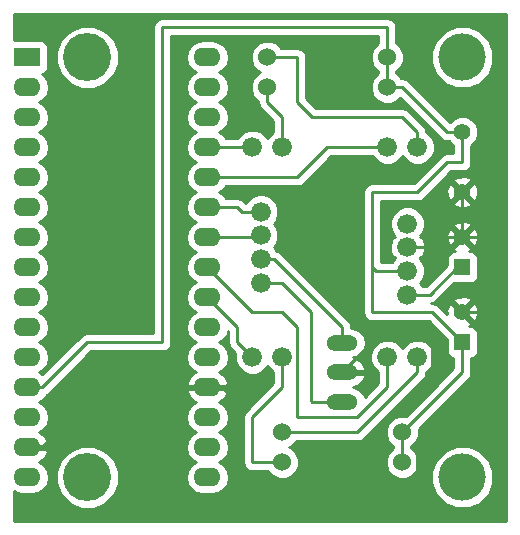
<source format=gbl>
G04 (created by PCBNEW (2013-jul-07)-stable) date Sun 31 May 2015 11:01:27 BST*
%MOIN*%
G04 Gerber Fmt 3.4, Leading zero omitted, Abs format*
%FSLAX34Y34*%
G01*
G70*
G90*
G04 APERTURE LIST*
%ADD10C,0.00590551*%
%ADD11O,0.104X0.052*%
%ADD12C,0.06*%
%ADD13C,0.066*%
%ADD14C,0.055*%
%ADD15R,0.055X0.055*%
%ADD16R,0.09X0.062*%
%ADD17O,0.09X0.062*%
%ADD18C,0.15748*%
%ADD19C,0.16*%
%ADD20C,0.01*%
G04 APERTURE END LIST*
G54D10*
G54D11*
X73500Y-68516D03*
X73500Y-69500D03*
X73500Y-70484D03*
G54D12*
X75000Y-60000D03*
X71000Y-60000D03*
X75000Y-59000D03*
X71000Y-59000D03*
X75500Y-71500D03*
X71500Y-71500D03*
X75500Y-72500D03*
X71500Y-72500D03*
G54D13*
X71500Y-62000D03*
X70500Y-62000D03*
X76000Y-62000D03*
X75000Y-62000D03*
X76000Y-69000D03*
X75000Y-69000D03*
X71500Y-69000D03*
X70500Y-69000D03*
G54D14*
X77500Y-61500D03*
X77500Y-63500D03*
G54D15*
X77500Y-68500D03*
G54D14*
X77500Y-67500D03*
G54D15*
X77500Y-66000D03*
G54D14*
X77500Y-65000D03*
G54D16*
X63000Y-59000D03*
G54D17*
X63000Y-60000D03*
X63000Y-61000D03*
X63000Y-62000D03*
X63000Y-63000D03*
X63000Y-64000D03*
X63000Y-65000D03*
X63000Y-66000D03*
X63000Y-67000D03*
X63000Y-68000D03*
X63000Y-69000D03*
X63000Y-70000D03*
X63000Y-71000D03*
X63000Y-72000D03*
X63000Y-73000D03*
X69000Y-73000D03*
X69000Y-72000D03*
X69000Y-71000D03*
X69000Y-70000D03*
X69000Y-69000D03*
X69000Y-68000D03*
X69000Y-67000D03*
X69000Y-66000D03*
X69000Y-65000D03*
X69000Y-64000D03*
X69000Y-63000D03*
X69000Y-62000D03*
X69000Y-61000D03*
X69000Y-60000D03*
X69000Y-59000D03*
G54D13*
X70788Y-66516D03*
X70788Y-65729D03*
X70788Y-64941D03*
X70788Y-64154D03*
X75669Y-64548D03*
X75669Y-65335D03*
X75669Y-66123D03*
X75669Y-66910D03*
G54D18*
X77500Y-73000D03*
X77500Y-59000D03*
G54D19*
X65000Y-59000D03*
X65000Y-73000D03*
G54D20*
X63000Y-70000D02*
X63500Y-70000D01*
X75000Y-58000D02*
X75000Y-59000D01*
X67500Y-58000D02*
X75000Y-58000D01*
X67500Y-68500D02*
X67500Y-58000D01*
X65000Y-68500D02*
X67500Y-68500D01*
X63500Y-70000D02*
X65000Y-68500D01*
X75500Y-72500D02*
X75500Y-71500D01*
X75500Y-71500D02*
X77500Y-69500D01*
X77500Y-69500D02*
X77500Y-68500D01*
X75000Y-60000D02*
X75500Y-60000D01*
X77000Y-61500D02*
X77500Y-61500D01*
X75500Y-60000D02*
X77000Y-61500D01*
X75000Y-59000D02*
X75000Y-60000D01*
X74500Y-66000D02*
X74500Y-67500D01*
X74500Y-67500D02*
X76500Y-67500D01*
X76500Y-67500D02*
X77000Y-68000D01*
X77000Y-68000D02*
X77500Y-68500D01*
X77500Y-61500D02*
X77500Y-62500D01*
X77500Y-62500D02*
X77000Y-62500D01*
X77000Y-62500D02*
X76000Y-63500D01*
X76000Y-63500D02*
X74500Y-63500D01*
X74500Y-63500D02*
X74500Y-66000D01*
X74623Y-66123D02*
X75669Y-66123D01*
X74500Y-66000D02*
X74623Y-66123D01*
X73500Y-69500D02*
X74500Y-68500D01*
X74500Y-71500D02*
X74500Y-73500D01*
X76500Y-69500D02*
X74500Y-71500D01*
X76500Y-68500D02*
X76500Y-69500D01*
X76000Y-68000D02*
X76500Y-68500D01*
X75000Y-68000D02*
X76000Y-68000D01*
X74500Y-68500D02*
X75000Y-68000D01*
X63000Y-72000D02*
X63500Y-72000D01*
X65500Y-70000D02*
X69000Y-70000D01*
X63500Y-72000D02*
X65500Y-70000D01*
X74500Y-73500D02*
X76000Y-73500D01*
X78500Y-69500D02*
X78500Y-67500D01*
X76000Y-72000D02*
X78500Y-69500D01*
X76000Y-73500D02*
X76000Y-72000D01*
X74500Y-73500D02*
X74000Y-73500D01*
X74000Y-73500D02*
X70000Y-73500D01*
X69500Y-70000D02*
X69000Y-70000D01*
X70000Y-70500D02*
X69500Y-70000D01*
X70000Y-73500D02*
X70000Y-70500D01*
X77500Y-65000D02*
X78500Y-65000D01*
X78500Y-65000D02*
X78500Y-66500D01*
X78500Y-66500D02*
X78500Y-67500D01*
X78500Y-67500D02*
X77500Y-67500D01*
X77500Y-63500D02*
X77500Y-65000D01*
X75669Y-65335D02*
X76335Y-65335D01*
X76670Y-65000D02*
X77500Y-65000D01*
X76335Y-65335D02*
X76670Y-65000D01*
X71000Y-59000D02*
X72000Y-59000D01*
X76000Y-61500D02*
X76000Y-62000D01*
X75500Y-61000D02*
X76000Y-61500D01*
X72500Y-61000D02*
X75500Y-61000D01*
X72000Y-60500D02*
X72500Y-61000D01*
X72000Y-59000D02*
X72000Y-60500D01*
X71500Y-71500D02*
X74000Y-71500D01*
X76000Y-69500D02*
X76000Y-69000D01*
X74000Y-71500D02*
X76000Y-69500D01*
X71500Y-69000D02*
X71500Y-70000D01*
X70500Y-72500D02*
X71500Y-72500D01*
X70500Y-71000D02*
X70500Y-72500D01*
X71500Y-70000D02*
X70500Y-71000D01*
X69000Y-63000D02*
X72000Y-63000D01*
X73000Y-62000D02*
X75000Y-62000D01*
X72000Y-63000D02*
X73000Y-62000D01*
X69000Y-67000D02*
X69500Y-67500D01*
X70000Y-68500D02*
X70500Y-69000D01*
X70000Y-68000D02*
X70000Y-68500D01*
X69500Y-67500D02*
X70000Y-68000D01*
X72000Y-71000D02*
X74000Y-71000D01*
X70500Y-67500D02*
X71500Y-67500D01*
X71500Y-67500D02*
X72000Y-68000D01*
X72000Y-68000D02*
X72000Y-71000D01*
X69000Y-66000D02*
X70500Y-67500D01*
X75000Y-70000D02*
X75000Y-69000D01*
X74000Y-71000D02*
X75000Y-70000D01*
X69000Y-65000D02*
X70729Y-65000D01*
X70729Y-65000D02*
X70788Y-64941D01*
X69000Y-64000D02*
X70000Y-64000D01*
X70154Y-64154D02*
X70788Y-64154D01*
X70000Y-64000D02*
X70154Y-64154D01*
X70788Y-66516D02*
X71484Y-66516D01*
X72484Y-70484D02*
X73500Y-70484D01*
X72468Y-70468D02*
X72484Y-70484D01*
X72468Y-67500D02*
X72468Y-70468D01*
X71484Y-66516D02*
X72468Y-67500D01*
X70788Y-65729D02*
X71229Y-65729D01*
X73500Y-68000D02*
X73500Y-68516D01*
X71229Y-65729D02*
X73500Y-68000D01*
X75669Y-66910D02*
X76410Y-66910D01*
X77320Y-66000D02*
X77500Y-66000D01*
X76410Y-66910D02*
X77320Y-66000D01*
X69000Y-62000D02*
X70500Y-62000D01*
X71000Y-60000D02*
X71000Y-60500D01*
X71500Y-61000D02*
X71500Y-62000D01*
X71000Y-60500D02*
X71500Y-61000D01*
G54D10*
G36*
X75745Y-65340D02*
X75674Y-65411D01*
X75669Y-65405D01*
X75663Y-65411D01*
X75598Y-65346D01*
X75592Y-65340D01*
X75598Y-65335D01*
X75592Y-65329D01*
X75663Y-65258D01*
X75669Y-65264D01*
X75674Y-65258D01*
X75745Y-65329D01*
X75739Y-65335D01*
X75745Y-65340D01*
X75745Y-65340D01*
G37*
G54D20*
X75745Y-65340D02*
X75674Y-65411D01*
X75669Y-65405D01*
X75663Y-65411D01*
X75598Y-65346D01*
X75592Y-65340D01*
X75598Y-65335D01*
X75592Y-65329D01*
X75663Y-65258D01*
X75669Y-65264D01*
X75674Y-65258D01*
X75745Y-65329D01*
X75739Y-65335D01*
X75745Y-65340D01*
G54D10*
G36*
X78950Y-74450D02*
X78537Y-74450D01*
X78537Y-72794D01*
X78537Y-58794D01*
X78379Y-58413D01*
X78088Y-58121D01*
X77707Y-57962D01*
X77294Y-57962D01*
X76913Y-58120D01*
X76621Y-58411D01*
X76462Y-58792D01*
X76462Y-59205D01*
X76620Y-59586D01*
X76911Y-59878D01*
X77292Y-60037D01*
X77705Y-60037D01*
X78086Y-59879D01*
X78378Y-59588D01*
X78537Y-59207D01*
X78537Y-58794D01*
X78537Y-72794D01*
X78379Y-72413D01*
X78088Y-72121D01*
X78029Y-72096D01*
X78029Y-67575D01*
X78029Y-65075D01*
X78029Y-63575D01*
X78018Y-63367D01*
X77960Y-63227D01*
X77867Y-63202D01*
X77797Y-63273D01*
X77797Y-63132D01*
X77772Y-63039D01*
X77575Y-62970D01*
X77367Y-62981D01*
X77227Y-63039D01*
X77202Y-63132D01*
X77500Y-63429D01*
X77797Y-63132D01*
X77797Y-63273D01*
X77570Y-63500D01*
X77867Y-63797D01*
X77960Y-63772D01*
X78029Y-63575D01*
X78029Y-65075D01*
X78018Y-64867D01*
X77960Y-64727D01*
X77867Y-64702D01*
X77797Y-64773D01*
X77797Y-64632D01*
X77797Y-63867D01*
X77500Y-63570D01*
X77429Y-63641D01*
X77429Y-63500D01*
X77132Y-63202D01*
X77039Y-63227D01*
X76970Y-63424D01*
X76981Y-63632D01*
X77039Y-63772D01*
X77132Y-63797D01*
X77429Y-63500D01*
X77429Y-63641D01*
X77202Y-63867D01*
X77227Y-63960D01*
X77424Y-64029D01*
X77632Y-64018D01*
X77772Y-63960D01*
X77797Y-63867D01*
X77797Y-64632D01*
X77772Y-64539D01*
X77575Y-64470D01*
X77367Y-64481D01*
X77227Y-64539D01*
X77202Y-64632D01*
X77500Y-64929D01*
X77797Y-64632D01*
X77797Y-64773D01*
X77570Y-65000D01*
X77867Y-65297D01*
X77960Y-65272D01*
X78029Y-65075D01*
X78029Y-67575D01*
X78018Y-67367D01*
X77960Y-67227D01*
X77867Y-67202D01*
X77797Y-67273D01*
X77797Y-67132D01*
X77772Y-67039D01*
X77575Y-66970D01*
X77367Y-66981D01*
X77227Y-67039D01*
X77202Y-67132D01*
X77500Y-67429D01*
X77797Y-67132D01*
X77797Y-67273D01*
X77570Y-67500D01*
X77867Y-67797D01*
X77960Y-67772D01*
X78029Y-67575D01*
X78029Y-72096D01*
X77707Y-71962D01*
X77294Y-71962D01*
X76913Y-72120D01*
X76621Y-72411D01*
X76462Y-72792D01*
X76462Y-73205D01*
X76620Y-73586D01*
X76911Y-73878D01*
X77292Y-74037D01*
X77705Y-74037D01*
X78086Y-73879D01*
X78378Y-73588D01*
X78537Y-73207D01*
X78537Y-72794D01*
X78537Y-74450D01*
X69713Y-74450D01*
X69713Y-73000D01*
X69671Y-72785D01*
X69549Y-72604D01*
X69394Y-72500D01*
X69549Y-72395D01*
X69671Y-72214D01*
X69713Y-72000D01*
X69671Y-71785D01*
X69549Y-71604D01*
X69394Y-71500D01*
X69549Y-71395D01*
X69671Y-71214D01*
X69713Y-71000D01*
X69671Y-70785D01*
X69549Y-70604D01*
X69394Y-70500D01*
X69400Y-70498D01*
X69571Y-70360D01*
X69676Y-70168D01*
X69683Y-70136D01*
X69634Y-70050D01*
X69050Y-70050D01*
X69050Y-70057D01*
X68950Y-70057D01*
X68950Y-70050D01*
X68365Y-70050D01*
X68316Y-70136D01*
X68323Y-70168D01*
X68428Y-70360D01*
X68599Y-70498D01*
X68605Y-70500D01*
X68450Y-70604D01*
X68328Y-70785D01*
X68286Y-71000D01*
X68328Y-71214D01*
X68450Y-71395D01*
X68605Y-71500D01*
X68450Y-71604D01*
X68328Y-71785D01*
X68286Y-72000D01*
X68328Y-72214D01*
X68450Y-72395D01*
X68605Y-72500D01*
X68450Y-72604D01*
X68328Y-72785D01*
X68286Y-73000D01*
X68328Y-73214D01*
X68450Y-73395D01*
X68631Y-73517D01*
X68846Y-73560D01*
X69153Y-73560D01*
X69368Y-73517D01*
X69549Y-73395D01*
X69671Y-73214D01*
X69713Y-73000D01*
X69713Y-74450D01*
X66050Y-74450D01*
X66050Y-72792D01*
X65890Y-72406D01*
X65595Y-72110D01*
X65209Y-71950D01*
X64792Y-71949D01*
X64406Y-72109D01*
X64110Y-72404D01*
X63950Y-72790D01*
X63949Y-73207D01*
X64109Y-73594D01*
X64404Y-73889D01*
X64790Y-74049D01*
X65207Y-74050D01*
X65594Y-73890D01*
X65889Y-73595D01*
X66049Y-73209D01*
X66050Y-72792D01*
X66050Y-74450D01*
X62550Y-74450D01*
X62550Y-73462D01*
X62631Y-73517D01*
X62846Y-73560D01*
X63153Y-73560D01*
X63368Y-73517D01*
X63549Y-73395D01*
X63671Y-73214D01*
X63713Y-73000D01*
X63671Y-72785D01*
X63549Y-72604D01*
X63394Y-72500D01*
X63400Y-72498D01*
X63571Y-72360D01*
X63676Y-72168D01*
X63683Y-72136D01*
X63634Y-72050D01*
X63050Y-72050D01*
X63050Y-72057D01*
X62950Y-72057D01*
X62950Y-72050D01*
X62942Y-72050D01*
X62942Y-71950D01*
X62950Y-71950D01*
X62950Y-71942D01*
X63050Y-71942D01*
X63050Y-71950D01*
X63634Y-71950D01*
X63683Y-71863D01*
X63676Y-71831D01*
X63571Y-71639D01*
X63400Y-71501D01*
X63394Y-71499D01*
X63549Y-71395D01*
X63671Y-71214D01*
X63713Y-71000D01*
X63671Y-70785D01*
X63549Y-70604D01*
X63394Y-70500D01*
X63549Y-70395D01*
X63640Y-70259D01*
X63640Y-70259D01*
X63712Y-70212D01*
X65124Y-68800D01*
X67500Y-68800D01*
X67614Y-68777D01*
X67712Y-68712D01*
X67777Y-68614D01*
X67800Y-68500D01*
X67800Y-58300D01*
X74700Y-58300D01*
X74700Y-58528D01*
X74688Y-58533D01*
X74534Y-58688D01*
X74450Y-58890D01*
X74449Y-59108D01*
X74533Y-59311D01*
X74688Y-59465D01*
X74700Y-59470D01*
X74700Y-59528D01*
X74688Y-59533D01*
X74534Y-59688D01*
X74450Y-59890D01*
X74449Y-60108D01*
X74533Y-60311D01*
X74688Y-60465D01*
X74890Y-60549D01*
X75108Y-60550D01*
X75311Y-60466D01*
X75426Y-60351D01*
X76787Y-61712D01*
X76787Y-61712D01*
X76885Y-61777D01*
X77000Y-61800D01*
X77057Y-61800D01*
X77200Y-61942D01*
X77200Y-62200D01*
X77000Y-62200D01*
X76885Y-62222D01*
X76787Y-62287D01*
X75875Y-63200D01*
X74500Y-63200D01*
X74385Y-63222D01*
X74287Y-63287D01*
X74222Y-63385D01*
X74200Y-63500D01*
X74200Y-66000D01*
X74200Y-67500D01*
X74222Y-67614D01*
X74287Y-67712D01*
X74385Y-67777D01*
X74500Y-67800D01*
X76375Y-67800D01*
X76787Y-68212D01*
X76787Y-68212D01*
X76787Y-68212D01*
X76974Y-68399D01*
X76974Y-68824D01*
X77012Y-68916D01*
X77083Y-68986D01*
X77175Y-69024D01*
X77200Y-69024D01*
X77200Y-69375D01*
X76580Y-69995D01*
X76580Y-68885D01*
X76491Y-68671D01*
X76328Y-68508D01*
X76115Y-68420D01*
X75885Y-68419D01*
X75671Y-68508D01*
X75508Y-68671D01*
X75500Y-68691D01*
X75491Y-68671D01*
X75328Y-68508D01*
X75115Y-68420D01*
X74885Y-68419D01*
X74671Y-68508D01*
X74508Y-68671D01*
X74420Y-68884D01*
X74419Y-69114D01*
X74508Y-69328D01*
X74671Y-69491D01*
X74700Y-69503D01*
X74700Y-69875D01*
X74253Y-70322D01*
X74246Y-70288D01*
X74135Y-70123D01*
X73970Y-70012D01*
X73867Y-69992D01*
X74001Y-69952D01*
X74155Y-69825D01*
X74250Y-69648D01*
X74253Y-69628D01*
X74204Y-69550D01*
X73550Y-69550D01*
X73550Y-69557D01*
X73450Y-69557D01*
X73450Y-69550D01*
X73442Y-69550D01*
X73442Y-69450D01*
X73450Y-69450D01*
X73450Y-69442D01*
X73550Y-69442D01*
X73550Y-69450D01*
X74204Y-69450D01*
X74253Y-69371D01*
X74250Y-69351D01*
X74155Y-69174D01*
X74001Y-69047D01*
X73867Y-69007D01*
X73970Y-68987D01*
X74135Y-68876D01*
X74246Y-68711D01*
X74285Y-68516D01*
X74246Y-68320D01*
X74135Y-68155D01*
X73970Y-68044D01*
X73800Y-68010D01*
X73800Y-68000D01*
X73777Y-67885D01*
X73712Y-67787D01*
X73712Y-67787D01*
X71441Y-65516D01*
X71343Y-65451D01*
X71297Y-65442D01*
X71297Y-65442D01*
X71279Y-65400D01*
X71214Y-65335D01*
X71279Y-65269D01*
X71367Y-65056D01*
X71368Y-64826D01*
X71279Y-64612D01*
X71214Y-64547D01*
X71279Y-64482D01*
X71367Y-64269D01*
X71368Y-64039D01*
X71279Y-63825D01*
X71116Y-63662D01*
X70903Y-63574D01*
X70673Y-63573D01*
X70459Y-63662D01*
X70296Y-63825D01*
X70284Y-63854D01*
X70278Y-63854D01*
X70212Y-63787D01*
X70114Y-63722D01*
X70000Y-63700D01*
X69613Y-63700D01*
X69549Y-63604D01*
X69394Y-63500D01*
X69549Y-63395D01*
X69613Y-63300D01*
X72000Y-63300D01*
X72000Y-63299D01*
X72114Y-63277D01*
X72114Y-63277D01*
X72212Y-63212D01*
X73124Y-62300D01*
X74496Y-62300D01*
X74508Y-62328D01*
X74671Y-62491D01*
X74884Y-62579D01*
X75114Y-62580D01*
X75328Y-62491D01*
X75491Y-62328D01*
X75499Y-62308D01*
X75508Y-62328D01*
X75671Y-62491D01*
X75884Y-62579D01*
X76114Y-62580D01*
X76328Y-62491D01*
X76491Y-62328D01*
X76579Y-62115D01*
X76580Y-61885D01*
X76491Y-61671D01*
X76328Y-61508D01*
X76299Y-61496D01*
X76277Y-61385D01*
X76212Y-61287D01*
X76212Y-61287D01*
X75712Y-60787D01*
X75614Y-60722D01*
X75500Y-60700D01*
X72624Y-60700D01*
X72300Y-60375D01*
X72300Y-59000D01*
X72277Y-58885D01*
X72212Y-58787D01*
X72114Y-58722D01*
X72000Y-58700D01*
X71471Y-58700D01*
X71466Y-58688D01*
X71311Y-58534D01*
X71109Y-58450D01*
X70891Y-58449D01*
X70688Y-58533D01*
X70534Y-58688D01*
X70450Y-58890D01*
X70449Y-59108D01*
X70533Y-59311D01*
X70688Y-59465D01*
X70769Y-59499D01*
X70688Y-59533D01*
X70534Y-59688D01*
X70450Y-59890D01*
X70449Y-60108D01*
X70533Y-60311D01*
X70688Y-60465D01*
X70700Y-60470D01*
X70700Y-60500D01*
X70722Y-60614D01*
X70787Y-60712D01*
X71200Y-61124D01*
X71200Y-61496D01*
X71171Y-61508D01*
X71008Y-61671D01*
X71000Y-61691D01*
X70991Y-61671D01*
X70828Y-61508D01*
X70615Y-61420D01*
X70385Y-61419D01*
X70171Y-61508D01*
X70008Y-61671D01*
X69996Y-61700D01*
X69613Y-61700D01*
X69549Y-61604D01*
X69394Y-61500D01*
X69549Y-61395D01*
X69671Y-61214D01*
X69713Y-61000D01*
X69671Y-60785D01*
X69549Y-60604D01*
X69394Y-60500D01*
X69549Y-60395D01*
X69671Y-60214D01*
X69713Y-60000D01*
X69671Y-59785D01*
X69549Y-59604D01*
X69394Y-59500D01*
X69549Y-59395D01*
X69671Y-59214D01*
X69713Y-59000D01*
X69671Y-58785D01*
X69549Y-58604D01*
X69368Y-58482D01*
X69153Y-58440D01*
X68846Y-58440D01*
X68631Y-58482D01*
X68450Y-58604D01*
X68328Y-58785D01*
X68286Y-59000D01*
X68328Y-59214D01*
X68450Y-59395D01*
X68605Y-59500D01*
X68450Y-59604D01*
X68328Y-59785D01*
X68286Y-60000D01*
X68328Y-60214D01*
X68450Y-60395D01*
X68605Y-60500D01*
X68450Y-60604D01*
X68328Y-60785D01*
X68286Y-61000D01*
X68328Y-61214D01*
X68450Y-61395D01*
X68605Y-61500D01*
X68450Y-61604D01*
X68328Y-61785D01*
X68286Y-62000D01*
X68328Y-62214D01*
X68450Y-62395D01*
X68605Y-62500D01*
X68450Y-62604D01*
X68328Y-62785D01*
X68286Y-63000D01*
X68328Y-63214D01*
X68450Y-63395D01*
X68605Y-63500D01*
X68450Y-63604D01*
X68328Y-63785D01*
X68286Y-64000D01*
X68328Y-64214D01*
X68450Y-64395D01*
X68605Y-64500D01*
X68450Y-64604D01*
X68328Y-64785D01*
X68286Y-65000D01*
X68328Y-65214D01*
X68450Y-65395D01*
X68605Y-65500D01*
X68450Y-65604D01*
X68328Y-65785D01*
X68286Y-66000D01*
X68328Y-66214D01*
X68450Y-66395D01*
X68605Y-66500D01*
X68450Y-66604D01*
X68328Y-66785D01*
X68286Y-67000D01*
X68328Y-67214D01*
X68450Y-67395D01*
X68605Y-67500D01*
X68450Y-67604D01*
X68328Y-67785D01*
X68286Y-68000D01*
X68328Y-68214D01*
X68450Y-68395D01*
X68605Y-68500D01*
X68450Y-68604D01*
X68328Y-68785D01*
X68286Y-69000D01*
X68328Y-69214D01*
X68450Y-69395D01*
X68605Y-69499D01*
X68599Y-69501D01*
X68428Y-69639D01*
X68323Y-69831D01*
X68316Y-69863D01*
X68365Y-69950D01*
X68950Y-69950D01*
X68950Y-69942D01*
X69050Y-69942D01*
X69050Y-69950D01*
X69634Y-69950D01*
X69683Y-69863D01*
X69676Y-69831D01*
X69571Y-69639D01*
X69400Y-69501D01*
X69394Y-69499D01*
X69549Y-69395D01*
X69671Y-69214D01*
X69713Y-69000D01*
X69671Y-68785D01*
X69549Y-68604D01*
X69394Y-68500D01*
X69549Y-68395D01*
X69671Y-68214D01*
X69690Y-68115D01*
X69700Y-68124D01*
X69700Y-68500D01*
X69722Y-68614D01*
X69787Y-68712D01*
X69931Y-68856D01*
X69920Y-68884D01*
X69919Y-69114D01*
X70008Y-69328D01*
X70171Y-69491D01*
X70384Y-69579D01*
X70614Y-69580D01*
X70828Y-69491D01*
X70991Y-69328D01*
X70999Y-69308D01*
X71008Y-69328D01*
X71171Y-69491D01*
X71200Y-69503D01*
X71200Y-69875D01*
X70287Y-70787D01*
X70222Y-70885D01*
X70200Y-71000D01*
X70200Y-72500D01*
X70222Y-72614D01*
X70287Y-72712D01*
X70385Y-72777D01*
X70500Y-72800D01*
X71028Y-72800D01*
X71033Y-72811D01*
X71188Y-72965D01*
X71390Y-73049D01*
X71608Y-73050D01*
X71811Y-72966D01*
X71965Y-72811D01*
X72049Y-72609D01*
X72050Y-72391D01*
X71966Y-72188D01*
X71811Y-72034D01*
X71730Y-72000D01*
X71811Y-71966D01*
X71965Y-71811D01*
X71970Y-71800D01*
X74000Y-71800D01*
X74000Y-71799D01*
X74114Y-71777D01*
X74114Y-71777D01*
X74212Y-71712D01*
X76212Y-69712D01*
X76212Y-69712D01*
X76277Y-69614D01*
X76299Y-69503D01*
X76328Y-69491D01*
X76491Y-69328D01*
X76579Y-69115D01*
X76580Y-68885D01*
X76580Y-69995D01*
X75621Y-70954D01*
X75609Y-70950D01*
X75391Y-70949D01*
X75188Y-71033D01*
X75034Y-71188D01*
X74950Y-71390D01*
X74949Y-71608D01*
X75033Y-71811D01*
X75188Y-71965D01*
X75200Y-71970D01*
X75200Y-72028D01*
X75188Y-72033D01*
X75034Y-72188D01*
X74950Y-72390D01*
X74949Y-72608D01*
X75033Y-72811D01*
X75188Y-72965D01*
X75390Y-73049D01*
X75608Y-73050D01*
X75811Y-72966D01*
X75965Y-72811D01*
X76049Y-72609D01*
X76050Y-72391D01*
X75966Y-72188D01*
X75811Y-72034D01*
X75800Y-72029D01*
X75800Y-71971D01*
X75811Y-71966D01*
X75965Y-71811D01*
X76049Y-71609D01*
X76050Y-71391D01*
X76045Y-71379D01*
X77712Y-69712D01*
X77712Y-69712D01*
X77777Y-69614D01*
X77799Y-69500D01*
X77800Y-69500D01*
X77800Y-69025D01*
X77824Y-69025D01*
X77916Y-68987D01*
X77986Y-68916D01*
X78024Y-68824D01*
X78025Y-68725D01*
X78025Y-68175D01*
X77987Y-68083D01*
X77916Y-68013D01*
X77824Y-67975D01*
X77737Y-67974D01*
X77772Y-67960D01*
X77797Y-67867D01*
X77500Y-67570D01*
X77494Y-67576D01*
X77423Y-67505D01*
X77429Y-67500D01*
X77132Y-67202D01*
X77039Y-67227D01*
X76970Y-67424D01*
X76977Y-67552D01*
X76712Y-67287D01*
X76614Y-67222D01*
X76500Y-67200D01*
X76460Y-67200D01*
X76524Y-67187D01*
X76524Y-67187D01*
X76622Y-67122D01*
X77219Y-66524D01*
X77274Y-66525D01*
X77824Y-66525D01*
X77916Y-66487D01*
X77986Y-66416D01*
X78024Y-66324D01*
X78025Y-66225D01*
X78025Y-65675D01*
X77987Y-65583D01*
X77916Y-65513D01*
X77824Y-65475D01*
X77737Y-65474D01*
X77772Y-65460D01*
X77797Y-65367D01*
X77500Y-65070D01*
X77429Y-65141D01*
X77429Y-65000D01*
X77132Y-64702D01*
X77039Y-64727D01*
X76970Y-64924D01*
X76981Y-65132D01*
X77039Y-65272D01*
X77132Y-65297D01*
X77429Y-65000D01*
X77429Y-65141D01*
X77202Y-65367D01*
X77227Y-65460D01*
X77268Y-65474D01*
X77175Y-65474D01*
X77083Y-65512D01*
X77013Y-65583D01*
X76975Y-65675D01*
X76974Y-65774D01*
X76974Y-65920D01*
X76285Y-66610D01*
X76253Y-66610D01*
X76172Y-66610D01*
X76160Y-66581D01*
X76095Y-66516D01*
X76160Y-66451D01*
X76248Y-66238D01*
X76249Y-66008D01*
X76160Y-65794D01*
X76102Y-65736D01*
X76121Y-65717D01*
X76076Y-65671D01*
X76175Y-65640D01*
X76253Y-65423D01*
X76249Y-65324D01*
X76243Y-65193D01*
X76175Y-65029D01*
X76076Y-64998D01*
X76121Y-64952D01*
X76103Y-64934D01*
X76160Y-64876D01*
X76248Y-64663D01*
X76249Y-64433D01*
X76160Y-64219D01*
X75997Y-64056D01*
X75784Y-63968D01*
X75554Y-63967D01*
X75340Y-64056D01*
X75177Y-64219D01*
X75089Y-64432D01*
X75088Y-64662D01*
X75177Y-64876D01*
X75234Y-64934D01*
X75216Y-64952D01*
X75261Y-64998D01*
X75162Y-65029D01*
X75084Y-65246D01*
X75094Y-65476D01*
X75162Y-65640D01*
X75261Y-65671D01*
X75216Y-65717D01*
X75235Y-65736D01*
X75177Y-65794D01*
X75165Y-65823D01*
X74800Y-65823D01*
X74800Y-63800D01*
X76000Y-63800D01*
X76000Y-63799D01*
X76114Y-63777D01*
X76114Y-63777D01*
X76212Y-63712D01*
X77124Y-62800D01*
X77500Y-62800D01*
X77614Y-62777D01*
X77712Y-62712D01*
X77777Y-62614D01*
X77800Y-62500D01*
X77800Y-61942D01*
X77944Y-61797D01*
X78024Y-61604D01*
X78025Y-61396D01*
X77945Y-61203D01*
X77797Y-61055D01*
X77604Y-60975D01*
X77396Y-60974D01*
X77203Y-61054D01*
X77090Y-61166D01*
X75712Y-59787D01*
X75614Y-59722D01*
X75500Y-59700D01*
X75471Y-59700D01*
X75466Y-59688D01*
X75311Y-59534D01*
X75300Y-59529D01*
X75300Y-59471D01*
X75311Y-59466D01*
X75465Y-59311D01*
X75549Y-59109D01*
X75550Y-58891D01*
X75466Y-58688D01*
X75311Y-58534D01*
X75300Y-58529D01*
X75300Y-58000D01*
X75277Y-57885D01*
X75212Y-57787D01*
X75114Y-57722D01*
X75000Y-57700D01*
X67500Y-57700D01*
X67385Y-57722D01*
X67287Y-57787D01*
X67222Y-57885D01*
X67200Y-58000D01*
X67200Y-68200D01*
X66050Y-68200D01*
X66050Y-58792D01*
X65890Y-58406D01*
X65595Y-58110D01*
X65209Y-57950D01*
X64792Y-57949D01*
X64406Y-58109D01*
X64110Y-58404D01*
X63950Y-58790D01*
X63949Y-59207D01*
X64109Y-59594D01*
X64404Y-59889D01*
X64790Y-60049D01*
X65207Y-60050D01*
X65594Y-59890D01*
X65889Y-59595D01*
X66049Y-59209D01*
X66050Y-58792D01*
X66050Y-68200D01*
X65000Y-68200D01*
X64885Y-68222D01*
X64787Y-68287D01*
X63502Y-69572D01*
X63394Y-69500D01*
X63549Y-69395D01*
X63671Y-69214D01*
X63713Y-69000D01*
X63671Y-68785D01*
X63549Y-68604D01*
X63394Y-68500D01*
X63549Y-68395D01*
X63671Y-68214D01*
X63713Y-68000D01*
X63671Y-67785D01*
X63549Y-67604D01*
X63394Y-67500D01*
X63549Y-67395D01*
X63671Y-67214D01*
X63713Y-67000D01*
X63671Y-66785D01*
X63549Y-66604D01*
X63394Y-66500D01*
X63549Y-66395D01*
X63671Y-66214D01*
X63713Y-66000D01*
X63671Y-65785D01*
X63549Y-65604D01*
X63394Y-65500D01*
X63549Y-65395D01*
X63671Y-65214D01*
X63713Y-65000D01*
X63671Y-64785D01*
X63549Y-64604D01*
X63394Y-64500D01*
X63549Y-64395D01*
X63671Y-64214D01*
X63713Y-64000D01*
X63671Y-63785D01*
X63549Y-63604D01*
X63394Y-63500D01*
X63549Y-63395D01*
X63671Y-63214D01*
X63713Y-63000D01*
X63671Y-62785D01*
X63549Y-62604D01*
X63394Y-62500D01*
X63549Y-62395D01*
X63671Y-62214D01*
X63713Y-62000D01*
X63671Y-61785D01*
X63549Y-61604D01*
X63394Y-61500D01*
X63549Y-61395D01*
X63671Y-61214D01*
X63713Y-61000D01*
X63671Y-60785D01*
X63549Y-60604D01*
X63394Y-60500D01*
X63549Y-60395D01*
X63671Y-60214D01*
X63713Y-60000D01*
X63671Y-59785D01*
X63549Y-59604D01*
X63483Y-59560D01*
X63499Y-59560D01*
X63591Y-59522D01*
X63661Y-59451D01*
X63699Y-59359D01*
X63700Y-59260D01*
X63700Y-58640D01*
X63662Y-58548D01*
X63591Y-58478D01*
X63499Y-58440D01*
X63400Y-58439D01*
X62550Y-58439D01*
X62550Y-57550D01*
X78950Y-57550D01*
X78950Y-74450D01*
X78950Y-74450D01*
G37*
G54D20*
X78950Y-74450D02*
X78537Y-74450D01*
X78537Y-72794D01*
X78537Y-58794D01*
X78379Y-58413D01*
X78088Y-58121D01*
X77707Y-57962D01*
X77294Y-57962D01*
X76913Y-58120D01*
X76621Y-58411D01*
X76462Y-58792D01*
X76462Y-59205D01*
X76620Y-59586D01*
X76911Y-59878D01*
X77292Y-60037D01*
X77705Y-60037D01*
X78086Y-59879D01*
X78378Y-59588D01*
X78537Y-59207D01*
X78537Y-58794D01*
X78537Y-72794D01*
X78379Y-72413D01*
X78088Y-72121D01*
X78029Y-72096D01*
X78029Y-67575D01*
X78029Y-65075D01*
X78029Y-63575D01*
X78018Y-63367D01*
X77960Y-63227D01*
X77867Y-63202D01*
X77797Y-63273D01*
X77797Y-63132D01*
X77772Y-63039D01*
X77575Y-62970D01*
X77367Y-62981D01*
X77227Y-63039D01*
X77202Y-63132D01*
X77500Y-63429D01*
X77797Y-63132D01*
X77797Y-63273D01*
X77570Y-63500D01*
X77867Y-63797D01*
X77960Y-63772D01*
X78029Y-63575D01*
X78029Y-65075D01*
X78018Y-64867D01*
X77960Y-64727D01*
X77867Y-64702D01*
X77797Y-64773D01*
X77797Y-64632D01*
X77797Y-63867D01*
X77500Y-63570D01*
X77429Y-63641D01*
X77429Y-63500D01*
X77132Y-63202D01*
X77039Y-63227D01*
X76970Y-63424D01*
X76981Y-63632D01*
X77039Y-63772D01*
X77132Y-63797D01*
X77429Y-63500D01*
X77429Y-63641D01*
X77202Y-63867D01*
X77227Y-63960D01*
X77424Y-64029D01*
X77632Y-64018D01*
X77772Y-63960D01*
X77797Y-63867D01*
X77797Y-64632D01*
X77772Y-64539D01*
X77575Y-64470D01*
X77367Y-64481D01*
X77227Y-64539D01*
X77202Y-64632D01*
X77500Y-64929D01*
X77797Y-64632D01*
X77797Y-64773D01*
X77570Y-65000D01*
X77867Y-65297D01*
X77960Y-65272D01*
X78029Y-65075D01*
X78029Y-67575D01*
X78018Y-67367D01*
X77960Y-67227D01*
X77867Y-67202D01*
X77797Y-67273D01*
X77797Y-67132D01*
X77772Y-67039D01*
X77575Y-66970D01*
X77367Y-66981D01*
X77227Y-67039D01*
X77202Y-67132D01*
X77500Y-67429D01*
X77797Y-67132D01*
X77797Y-67273D01*
X77570Y-67500D01*
X77867Y-67797D01*
X77960Y-67772D01*
X78029Y-67575D01*
X78029Y-72096D01*
X77707Y-71962D01*
X77294Y-71962D01*
X76913Y-72120D01*
X76621Y-72411D01*
X76462Y-72792D01*
X76462Y-73205D01*
X76620Y-73586D01*
X76911Y-73878D01*
X77292Y-74037D01*
X77705Y-74037D01*
X78086Y-73879D01*
X78378Y-73588D01*
X78537Y-73207D01*
X78537Y-72794D01*
X78537Y-74450D01*
X69713Y-74450D01*
X69713Y-73000D01*
X69671Y-72785D01*
X69549Y-72604D01*
X69394Y-72500D01*
X69549Y-72395D01*
X69671Y-72214D01*
X69713Y-72000D01*
X69671Y-71785D01*
X69549Y-71604D01*
X69394Y-71500D01*
X69549Y-71395D01*
X69671Y-71214D01*
X69713Y-71000D01*
X69671Y-70785D01*
X69549Y-70604D01*
X69394Y-70500D01*
X69400Y-70498D01*
X69571Y-70360D01*
X69676Y-70168D01*
X69683Y-70136D01*
X69634Y-70050D01*
X69050Y-70050D01*
X69050Y-70057D01*
X68950Y-70057D01*
X68950Y-70050D01*
X68365Y-70050D01*
X68316Y-70136D01*
X68323Y-70168D01*
X68428Y-70360D01*
X68599Y-70498D01*
X68605Y-70500D01*
X68450Y-70604D01*
X68328Y-70785D01*
X68286Y-71000D01*
X68328Y-71214D01*
X68450Y-71395D01*
X68605Y-71500D01*
X68450Y-71604D01*
X68328Y-71785D01*
X68286Y-72000D01*
X68328Y-72214D01*
X68450Y-72395D01*
X68605Y-72500D01*
X68450Y-72604D01*
X68328Y-72785D01*
X68286Y-73000D01*
X68328Y-73214D01*
X68450Y-73395D01*
X68631Y-73517D01*
X68846Y-73560D01*
X69153Y-73560D01*
X69368Y-73517D01*
X69549Y-73395D01*
X69671Y-73214D01*
X69713Y-73000D01*
X69713Y-74450D01*
X66050Y-74450D01*
X66050Y-72792D01*
X65890Y-72406D01*
X65595Y-72110D01*
X65209Y-71950D01*
X64792Y-71949D01*
X64406Y-72109D01*
X64110Y-72404D01*
X63950Y-72790D01*
X63949Y-73207D01*
X64109Y-73594D01*
X64404Y-73889D01*
X64790Y-74049D01*
X65207Y-74050D01*
X65594Y-73890D01*
X65889Y-73595D01*
X66049Y-73209D01*
X66050Y-72792D01*
X66050Y-74450D01*
X62550Y-74450D01*
X62550Y-73462D01*
X62631Y-73517D01*
X62846Y-73560D01*
X63153Y-73560D01*
X63368Y-73517D01*
X63549Y-73395D01*
X63671Y-73214D01*
X63713Y-73000D01*
X63671Y-72785D01*
X63549Y-72604D01*
X63394Y-72500D01*
X63400Y-72498D01*
X63571Y-72360D01*
X63676Y-72168D01*
X63683Y-72136D01*
X63634Y-72050D01*
X63050Y-72050D01*
X63050Y-72057D01*
X62950Y-72057D01*
X62950Y-72050D01*
X62942Y-72050D01*
X62942Y-71950D01*
X62950Y-71950D01*
X62950Y-71942D01*
X63050Y-71942D01*
X63050Y-71950D01*
X63634Y-71950D01*
X63683Y-71863D01*
X63676Y-71831D01*
X63571Y-71639D01*
X63400Y-71501D01*
X63394Y-71499D01*
X63549Y-71395D01*
X63671Y-71214D01*
X63713Y-71000D01*
X63671Y-70785D01*
X63549Y-70604D01*
X63394Y-70500D01*
X63549Y-70395D01*
X63640Y-70259D01*
X63640Y-70259D01*
X63712Y-70212D01*
X65124Y-68800D01*
X67500Y-68800D01*
X67614Y-68777D01*
X67712Y-68712D01*
X67777Y-68614D01*
X67800Y-68500D01*
X67800Y-58300D01*
X74700Y-58300D01*
X74700Y-58528D01*
X74688Y-58533D01*
X74534Y-58688D01*
X74450Y-58890D01*
X74449Y-59108D01*
X74533Y-59311D01*
X74688Y-59465D01*
X74700Y-59470D01*
X74700Y-59528D01*
X74688Y-59533D01*
X74534Y-59688D01*
X74450Y-59890D01*
X74449Y-60108D01*
X74533Y-60311D01*
X74688Y-60465D01*
X74890Y-60549D01*
X75108Y-60550D01*
X75311Y-60466D01*
X75426Y-60351D01*
X76787Y-61712D01*
X76787Y-61712D01*
X76885Y-61777D01*
X77000Y-61800D01*
X77057Y-61800D01*
X77200Y-61942D01*
X77200Y-62200D01*
X77000Y-62200D01*
X76885Y-62222D01*
X76787Y-62287D01*
X75875Y-63200D01*
X74500Y-63200D01*
X74385Y-63222D01*
X74287Y-63287D01*
X74222Y-63385D01*
X74200Y-63500D01*
X74200Y-66000D01*
X74200Y-67500D01*
X74222Y-67614D01*
X74287Y-67712D01*
X74385Y-67777D01*
X74500Y-67800D01*
X76375Y-67800D01*
X76787Y-68212D01*
X76787Y-68212D01*
X76787Y-68212D01*
X76974Y-68399D01*
X76974Y-68824D01*
X77012Y-68916D01*
X77083Y-68986D01*
X77175Y-69024D01*
X77200Y-69024D01*
X77200Y-69375D01*
X76580Y-69995D01*
X76580Y-68885D01*
X76491Y-68671D01*
X76328Y-68508D01*
X76115Y-68420D01*
X75885Y-68419D01*
X75671Y-68508D01*
X75508Y-68671D01*
X75500Y-68691D01*
X75491Y-68671D01*
X75328Y-68508D01*
X75115Y-68420D01*
X74885Y-68419D01*
X74671Y-68508D01*
X74508Y-68671D01*
X74420Y-68884D01*
X74419Y-69114D01*
X74508Y-69328D01*
X74671Y-69491D01*
X74700Y-69503D01*
X74700Y-69875D01*
X74253Y-70322D01*
X74246Y-70288D01*
X74135Y-70123D01*
X73970Y-70012D01*
X73867Y-69992D01*
X74001Y-69952D01*
X74155Y-69825D01*
X74250Y-69648D01*
X74253Y-69628D01*
X74204Y-69550D01*
X73550Y-69550D01*
X73550Y-69557D01*
X73450Y-69557D01*
X73450Y-69550D01*
X73442Y-69550D01*
X73442Y-69450D01*
X73450Y-69450D01*
X73450Y-69442D01*
X73550Y-69442D01*
X73550Y-69450D01*
X74204Y-69450D01*
X74253Y-69371D01*
X74250Y-69351D01*
X74155Y-69174D01*
X74001Y-69047D01*
X73867Y-69007D01*
X73970Y-68987D01*
X74135Y-68876D01*
X74246Y-68711D01*
X74285Y-68516D01*
X74246Y-68320D01*
X74135Y-68155D01*
X73970Y-68044D01*
X73800Y-68010D01*
X73800Y-68000D01*
X73777Y-67885D01*
X73712Y-67787D01*
X73712Y-67787D01*
X71441Y-65516D01*
X71343Y-65451D01*
X71297Y-65442D01*
X71297Y-65442D01*
X71279Y-65400D01*
X71214Y-65335D01*
X71279Y-65269D01*
X71367Y-65056D01*
X71368Y-64826D01*
X71279Y-64612D01*
X71214Y-64547D01*
X71279Y-64482D01*
X71367Y-64269D01*
X71368Y-64039D01*
X71279Y-63825D01*
X71116Y-63662D01*
X70903Y-63574D01*
X70673Y-63573D01*
X70459Y-63662D01*
X70296Y-63825D01*
X70284Y-63854D01*
X70278Y-63854D01*
X70212Y-63787D01*
X70114Y-63722D01*
X70000Y-63700D01*
X69613Y-63700D01*
X69549Y-63604D01*
X69394Y-63500D01*
X69549Y-63395D01*
X69613Y-63300D01*
X72000Y-63300D01*
X72000Y-63299D01*
X72114Y-63277D01*
X72114Y-63277D01*
X72212Y-63212D01*
X73124Y-62300D01*
X74496Y-62300D01*
X74508Y-62328D01*
X74671Y-62491D01*
X74884Y-62579D01*
X75114Y-62580D01*
X75328Y-62491D01*
X75491Y-62328D01*
X75499Y-62308D01*
X75508Y-62328D01*
X75671Y-62491D01*
X75884Y-62579D01*
X76114Y-62580D01*
X76328Y-62491D01*
X76491Y-62328D01*
X76579Y-62115D01*
X76580Y-61885D01*
X76491Y-61671D01*
X76328Y-61508D01*
X76299Y-61496D01*
X76277Y-61385D01*
X76212Y-61287D01*
X76212Y-61287D01*
X75712Y-60787D01*
X75614Y-60722D01*
X75500Y-60700D01*
X72624Y-60700D01*
X72300Y-60375D01*
X72300Y-59000D01*
X72277Y-58885D01*
X72212Y-58787D01*
X72114Y-58722D01*
X72000Y-58700D01*
X71471Y-58700D01*
X71466Y-58688D01*
X71311Y-58534D01*
X71109Y-58450D01*
X70891Y-58449D01*
X70688Y-58533D01*
X70534Y-58688D01*
X70450Y-58890D01*
X70449Y-59108D01*
X70533Y-59311D01*
X70688Y-59465D01*
X70769Y-59499D01*
X70688Y-59533D01*
X70534Y-59688D01*
X70450Y-59890D01*
X70449Y-60108D01*
X70533Y-60311D01*
X70688Y-60465D01*
X70700Y-60470D01*
X70700Y-60500D01*
X70722Y-60614D01*
X70787Y-60712D01*
X71200Y-61124D01*
X71200Y-61496D01*
X71171Y-61508D01*
X71008Y-61671D01*
X71000Y-61691D01*
X70991Y-61671D01*
X70828Y-61508D01*
X70615Y-61420D01*
X70385Y-61419D01*
X70171Y-61508D01*
X70008Y-61671D01*
X69996Y-61700D01*
X69613Y-61700D01*
X69549Y-61604D01*
X69394Y-61500D01*
X69549Y-61395D01*
X69671Y-61214D01*
X69713Y-61000D01*
X69671Y-60785D01*
X69549Y-60604D01*
X69394Y-60500D01*
X69549Y-60395D01*
X69671Y-60214D01*
X69713Y-60000D01*
X69671Y-59785D01*
X69549Y-59604D01*
X69394Y-59500D01*
X69549Y-59395D01*
X69671Y-59214D01*
X69713Y-59000D01*
X69671Y-58785D01*
X69549Y-58604D01*
X69368Y-58482D01*
X69153Y-58440D01*
X68846Y-58440D01*
X68631Y-58482D01*
X68450Y-58604D01*
X68328Y-58785D01*
X68286Y-59000D01*
X68328Y-59214D01*
X68450Y-59395D01*
X68605Y-59500D01*
X68450Y-59604D01*
X68328Y-59785D01*
X68286Y-60000D01*
X68328Y-60214D01*
X68450Y-60395D01*
X68605Y-60500D01*
X68450Y-60604D01*
X68328Y-60785D01*
X68286Y-61000D01*
X68328Y-61214D01*
X68450Y-61395D01*
X68605Y-61500D01*
X68450Y-61604D01*
X68328Y-61785D01*
X68286Y-62000D01*
X68328Y-62214D01*
X68450Y-62395D01*
X68605Y-62500D01*
X68450Y-62604D01*
X68328Y-62785D01*
X68286Y-63000D01*
X68328Y-63214D01*
X68450Y-63395D01*
X68605Y-63500D01*
X68450Y-63604D01*
X68328Y-63785D01*
X68286Y-64000D01*
X68328Y-64214D01*
X68450Y-64395D01*
X68605Y-64500D01*
X68450Y-64604D01*
X68328Y-64785D01*
X68286Y-65000D01*
X68328Y-65214D01*
X68450Y-65395D01*
X68605Y-65500D01*
X68450Y-65604D01*
X68328Y-65785D01*
X68286Y-66000D01*
X68328Y-66214D01*
X68450Y-66395D01*
X68605Y-66500D01*
X68450Y-66604D01*
X68328Y-66785D01*
X68286Y-67000D01*
X68328Y-67214D01*
X68450Y-67395D01*
X68605Y-67500D01*
X68450Y-67604D01*
X68328Y-67785D01*
X68286Y-68000D01*
X68328Y-68214D01*
X68450Y-68395D01*
X68605Y-68500D01*
X68450Y-68604D01*
X68328Y-68785D01*
X68286Y-69000D01*
X68328Y-69214D01*
X68450Y-69395D01*
X68605Y-69499D01*
X68599Y-69501D01*
X68428Y-69639D01*
X68323Y-69831D01*
X68316Y-69863D01*
X68365Y-69950D01*
X68950Y-69950D01*
X68950Y-69942D01*
X69050Y-69942D01*
X69050Y-69950D01*
X69634Y-69950D01*
X69683Y-69863D01*
X69676Y-69831D01*
X69571Y-69639D01*
X69400Y-69501D01*
X69394Y-69499D01*
X69549Y-69395D01*
X69671Y-69214D01*
X69713Y-69000D01*
X69671Y-68785D01*
X69549Y-68604D01*
X69394Y-68500D01*
X69549Y-68395D01*
X69671Y-68214D01*
X69690Y-68115D01*
X69700Y-68124D01*
X69700Y-68500D01*
X69722Y-68614D01*
X69787Y-68712D01*
X69931Y-68856D01*
X69920Y-68884D01*
X69919Y-69114D01*
X70008Y-69328D01*
X70171Y-69491D01*
X70384Y-69579D01*
X70614Y-69580D01*
X70828Y-69491D01*
X70991Y-69328D01*
X70999Y-69308D01*
X71008Y-69328D01*
X71171Y-69491D01*
X71200Y-69503D01*
X71200Y-69875D01*
X70287Y-70787D01*
X70222Y-70885D01*
X70200Y-71000D01*
X70200Y-72500D01*
X70222Y-72614D01*
X70287Y-72712D01*
X70385Y-72777D01*
X70500Y-72800D01*
X71028Y-72800D01*
X71033Y-72811D01*
X71188Y-72965D01*
X71390Y-73049D01*
X71608Y-73050D01*
X71811Y-72966D01*
X71965Y-72811D01*
X72049Y-72609D01*
X72050Y-72391D01*
X71966Y-72188D01*
X71811Y-72034D01*
X71730Y-72000D01*
X71811Y-71966D01*
X71965Y-71811D01*
X71970Y-71800D01*
X74000Y-71800D01*
X74000Y-71799D01*
X74114Y-71777D01*
X74114Y-71777D01*
X74212Y-71712D01*
X76212Y-69712D01*
X76212Y-69712D01*
X76277Y-69614D01*
X76299Y-69503D01*
X76328Y-69491D01*
X76491Y-69328D01*
X76579Y-69115D01*
X76580Y-68885D01*
X76580Y-69995D01*
X75621Y-70954D01*
X75609Y-70950D01*
X75391Y-70949D01*
X75188Y-71033D01*
X75034Y-71188D01*
X74950Y-71390D01*
X74949Y-71608D01*
X75033Y-71811D01*
X75188Y-71965D01*
X75200Y-71970D01*
X75200Y-72028D01*
X75188Y-72033D01*
X75034Y-72188D01*
X74950Y-72390D01*
X74949Y-72608D01*
X75033Y-72811D01*
X75188Y-72965D01*
X75390Y-73049D01*
X75608Y-73050D01*
X75811Y-72966D01*
X75965Y-72811D01*
X76049Y-72609D01*
X76050Y-72391D01*
X75966Y-72188D01*
X75811Y-72034D01*
X75800Y-72029D01*
X75800Y-71971D01*
X75811Y-71966D01*
X75965Y-71811D01*
X76049Y-71609D01*
X76050Y-71391D01*
X76045Y-71379D01*
X77712Y-69712D01*
X77712Y-69712D01*
X77777Y-69614D01*
X77799Y-69500D01*
X77800Y-69500D01*
X77800Y-69025D01*
X77824Y-69025D01*
X77916Y-68987D01*
X77986Y-68916D01*
X78024Y-68824D01*
X78025Y-68725D01*
X78025Y-68175D01*
X77987Y-68083D01*
X77916Y-68013D01*
X77824Y-67975D01*
X77737Y-67974D01*
X77772Y-67960D01*
X77797Y-67867D01*
X77500Y-67570D01*
X77494Y-67576D01*
X77423Y-67505D01*
X77429Y-67500D01*
X77132Y-67202D01*
X77039Y-67227D01*
X76970Y-67424D01*
X76977Y-67552D01*
X76712Y-67287D01*
X76614Y-67222D01*
X76500Y-67200D01*
X76460Y-67200D01*
X76524Y-67187D01*
X76524Y-67187D01*
X76622Y-67122D01*
X77219Y-66524D01*
X77274Y-66525D01*
X77824Y-66525D01*
X77916Y-66487D01*
X77986Y-66416D01*
X78024Y-66324D01*
X78025Y-66225D01*
X78025Y-65675D01*
X77987Y-65583D01*
X77916Y-65513D01*
X77824Y-65475D01*
X77737Y-65474D01*
X77772Y-65460D01*
X77797Y-65367D01*
X77500Y-65070D01*
X77429Y-65141D01*
X77429Y-65000D01*
X77132Y-64702D01*
X77039Y-64727D01*
X76970Y-64924D01*
X76981Y-65132D01*
X77039Y-65272D01*
X77132Y-65297D01*
X77429Y-65000D01*
X77429Y-65141D01*
X77202Y-65367D01*
X77227Y-65460D01*
X77268Y-65474D01*
X77175Y-65474D01*
X77083Y-65512D01*
X77013Y-65583D01*
X76975Y-65675D01*
X76974Y-65774D01*
X76974Y-65920D01*
X76285Y-66610D01*
X76253Y-66610D01*
X76172Y-66610D01*
X76160Y-66581D01*
X76095Y-66516D01*
X76160Y-66451D01*
X76248Y-66238D01*
X76249Y-66008D01*
X76160Y-65794D01*
X76102Y-65736D01*
X76121Y-65717D01*
X76076Y-65671D01*
X76175Y-65640D01*
X76253Y-65423D01*
X76249Y-65324D01*
X76243Y-65193D01*
X76175Y-65029D01*
X76076Y-64998D01*
X76121Y-64952D01*
X76103Y-64934D01*
X76160Y-64876D01*
X76248Y-64663D01*
X76249Y-64433D01*
X76160Y-64219D01*
X75997Y-64056D01*
X75784Y-63968D01*
X75554Y-63967D01*
X75340Y-64056D01*
X75177Y-64219D01*
X75089Y-64432D01*
X75088Y-64662D01*
X75177Y-64876D01*
X75234Y-64934D01*
X75216Y-64952D01*
X75261Y-64998D01*
X75162Y-65029D01*
X75084Y-65246D01*
X75094Y-65476D01*
X75162Y-65640D01*
X75261Y-65671D01*
X75216Y-65717D01*
X75235Y-65736D01*
X75177Y-65794D01*
X75165Y-65823D01*
X74800Y-65823D01*
X74800Y-63800D01*
X76000Y-63800D01*
X76000Y-63799D01*
X76114Y-63777D01*
X76114Y-63777D01*
X76212Y-63712D01*
X77124Y-62800D01*
X77500Y-62800D01*
X77614Y-62777D01*
X77712Y-62712D01*
X77777Y-62614D01*
X77800Y-62500D01*
X77800Y-61942D01*
X77944Y-61797D01*
X78024Y-61604D01*
X78025Y-61396D01*
X77945Y-61203D01*
X77797Y-61055D01*
X77604Y-60975D01*
X77396Y-60974D01*
X77203Y-61054D01*
X77090Y-61166D01*
X75712Y-59787D01*
X75614Y-59722D01*
X75500Y-59700D01*
X75471Y-59700D01*
X75466Y-59688D01*
X75311Y-59534D01*
X75300Y-59529D01*
X75300Y-59471D01*
X75311Y-59466D01*
X75465Y-59311D01*
X75549Y-59109D01*
X75550Y-58891D01*
X75466Y-58688D01*
X75311Y-58534D01*
X75300Y-58529D01*
X75300Y-58000D01*
X75277Y-57885D01*
X75212Y-57787D01*
X75114Y-57722D01*
X75000Y-57700D01*
X67500Y-57700D01*
X67385Y-57722D01*
X67287Y-57787D01*
X67222Y-57885D01*
X67200Y-58000D01*
X67200Y-68200D01*
X66050Y-68200D01*
X66050Y-58792D01*
X65890Y-58406D01*
X65595Y-58110D01*
X65209Y-57950D01*
X64792Y-57949D01*
X64406Y-58109D01*
X64110Y-58404D01*
X63950Y-58790D01*
X63949Y-59207D01*
X64109Y-59594D01*
X64404Y-59889D01*
X64790Y-60049D01*
X65207Y-60050D01*
X65594Y-59890D01*
X65889Y-59595D01*
X66049Y-59209D01*
X66050Y-58792D01*
X66050Y-68200D01*
X65000Y-68200D01*
X64885Y-68222D01*
X64787Y-68287D01*
X63502Y-69572D01*
X63394Y-69500D01*
X63549Y-69395D01*
X63671Y-69214D01*
X63713Y-69000D01*
X63671Y-68785D01*
X63549Y-68604D01*
X63394Y-68500D01*
X63549Y-68395D01*
X63671Y-68214D01*
X63713Y-68000D01*
X63671Y-67785D01*
X63549Y-67604D01*
X63394Y-67500D01*
X63549Y-67395D01*
X63671Y-67214D01*
X63713Y-67000D01*
X63671Y-66785D01*
X63549Y-66604D01*
X63394Y-66500D01*
X63549Y-66395D01*
X63671Y-66214D01*
X63713Y-66000D01*
X63671Y-65785D01*
X63549Y-65604D01*
X63394Y-65500D01*
X63549Y-65395D01*
X63671Y-65214D01*
X63713Y-65000D01*
X63671Y-64785D01*
X63549Y-64604D01*
X63394Y-64500D01*
X63549Y-64395D01*
X63671Y-64214D01*
X63713Y-64000D01*
X63671Y-63785D01*
X63549Y-63604D01*
X63394Y-63500D01*
X63549Y-63395D01*
X63671Y-63214D01*
X63713Y-63000D01*
X63671Y-62785D01*
X63549Y-62604D01*
X63394Y-62500D01*
X63549Y-62395D01*
X63671Y-62214D01*
X63713Y-62000D01*
X63671Y-61785D01*
X63549Y-61604D01*
X63394Y-61500D01*
X63549Y-61395D01*
X63671Y-61214D01*
X63713Y-61000D01*
X63671Y-60785D01*
X63549Y-60604D01*
X63394Y-60500D01*
X63549Y-60395D01*
X63671Y-60214D01*
X63713Y-60000D01*
X63671Y-59785D01*
X63549Y-59604D01*
X63483Y-59560D01*
X63499Y-59560D01*
X63591Y-59522D01*
X63661Y-59451D01*
X63699Y-59359D01*
X63700Y-59260D01*
X63700Y-58640D01*
X63662Y-58548D01*
X63591Y-58478D01*
X63499Y-58440D01*
X63400Y-58439D01*
X62550Y-58439D01*
X62550Y-57550D01*
X78950Y-57550D01*
X78950Y-74450D01*
M02*

</source>
